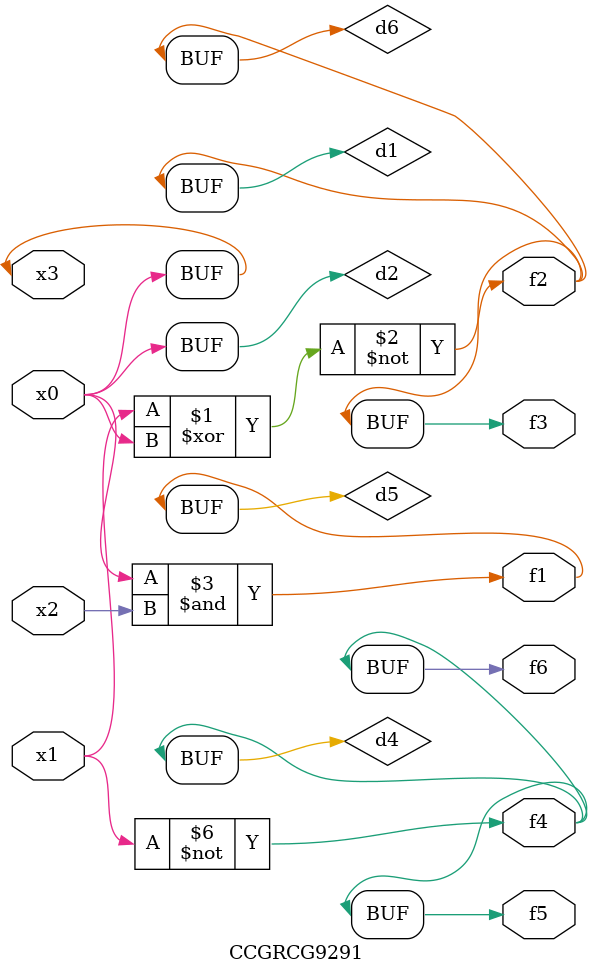
<source format=v>
module CCGRCG9291(
	input x0, x1, x2, x3,
	output f1, f2, f3, f4, f5, f6
);

	wire d1, d2, d3, d4, d5, d6;

	xnor (d1, x1, x3);
	buf (d2, x0, x3);
	nand (d3, x0, x2);
	not (d4, x1);
	nand (d5, d3);
	or (d6, d1);
	assign f1 = d5;
	assign f2 = d6;
	assign f3 = d6;
	assign f4 = d4;
	assign f5 = d4;
	assign f6 = d4;
endmodule

</source>
